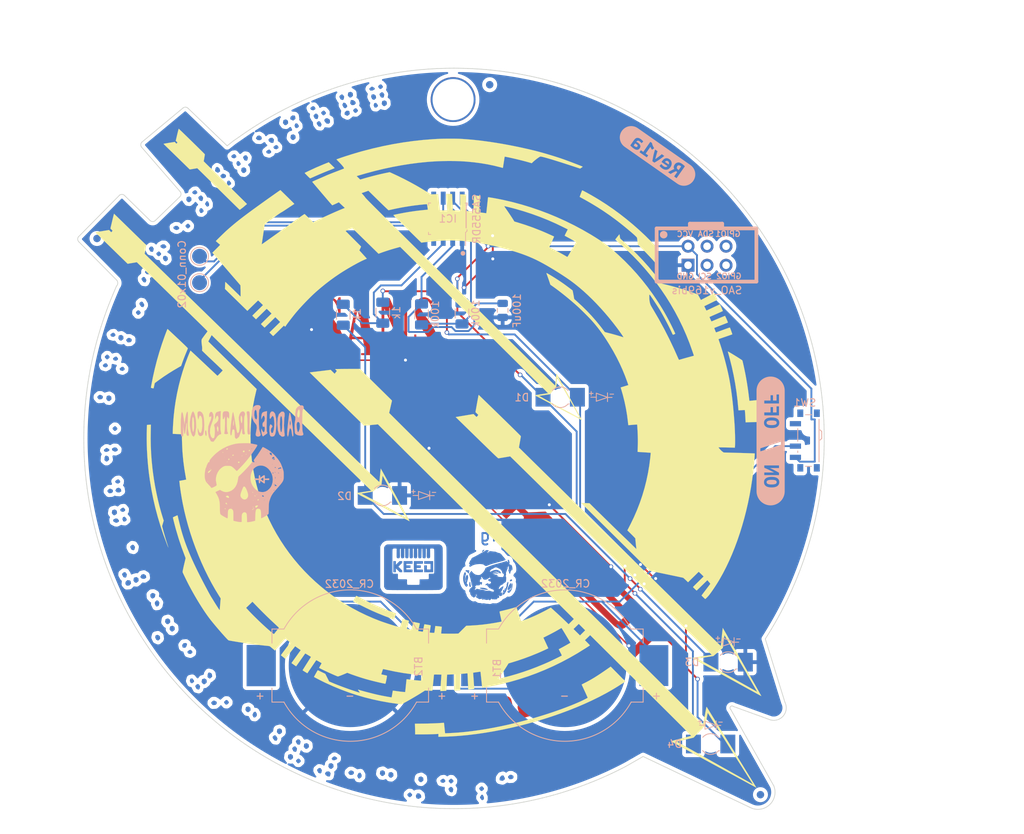
<source format=kicad_pcb>
(kicad_pcb (version 20211014) (generator pcbnew)
  (title_block (title "SANS Hackfest") (date "2022-10-01") (rev "Rev0") (company "BadgePirates"))
  (layers (0 "F.Cu" signal) (31 "B.Cu" signal) (34 "B.Paste" user) (35 "F.Paste" user) (36 "B.SilkS" user "B.Silkscreen") (37 "F.SilkS" user "F.Silkscreen") (38 "B.Mask" user) (39 "F.Mask" user) (44 "Edge.Cuts" user))
  (net 0 "")
  (net 1 "Net-(BT1-Pad1)")
  (net 2 "GND")
  (net 3 "Net-(C1-Pad2)")
  (net 4 "Net-(D1-Pad1)")
  (net 5 "Net-(IC1-Pad3)")
  (net 6 "Net-(D2-Pad2)")
  (net 7 "RESET")
  (net 8 "CONT")
  (net 9 "Net-(IC1-Pad7)")
  (net 10 "+3.3V")
  (net 16 "Net-(BT1-Pad2)")
  (footprint "LOGO" (layer "F.Cu") (at 144.072126 97.184331)
    (fp_text reference "G***" hide)
    (fp_text value "LOGO" hide)
  )
  (footprint "BadgePirates:LED_Osram_Lx_P47F_D2mm_ReverseMount_Proper_Mask Only" (layer "F.Cu") (at 178.86 138.5158)
    (fp_text reference "D4")
    (fp_text value "LED")
  )
  (footprint "LOGO" (layer "F.Cu") (at 144.072126 97.184331)
    (fp_text reference "G***" hide)
    (fp_text value "LOGO" hide)
  )
  (footprint "BadgePiratesLogos:NG_B.Cu" (layer "F.Cu") (at 139.020876 114.656971)
    (fp_text reference "G***" hide)
    (fp_text value "NG_BSilk_B.Cu" hide)
  )
  (footprint "LOGO" (layer "F.Cu") (at 172.769543 41.8592)
    (fp_text reference "G***" hide)
    (fp_text value "LOGO" hide)
  )
  (footprint "LOGO" (layer "F.Cu") (at 175.106343 40.4622)
    (fp_text reference "G***" hide)
    (fp_text value "LOGO" hide)
  )
  (footprint "BadgePirates:LED_Osram_Lx_P47F_D2mm_ReverseMount_Proper_Mask Only" (layer "F.Cu") (at 181.2 127.5747)
    (fp_text reference "D3")
    (fp_text value "LED")
  )
  (footprint "LOGO" (layer "F.Cu") (at 171.702743 41.0464)
    (fp_text reference "G***" hide)
    (fp_text value "LOGO" hide)
  )
  (footprint "BadgePiratesLogos:BadgePiratesURL_B.SLK" (layer "F.Cu") (at 116.24 96.36)
    (fp_text reference "G***" hide)
    (fp_text value "LOGO" hide)
  )
  (footprint "BadgePirates:Hole_5.5mm" (layer "F.Cu") (at 144.43 52.36)
    (fp_text reference "REF**" hide)
    (fp_text value "5.5mm")
  )
  (footprint "BadgePirates:LED_Osram_Lx_P47F_D2mm_ReverseMount_Proper_Mask Only" (layer "F.Cu") (at 134.9756 105.283)
    (fp_text reference "D2")
    (fp_text value "LED")
  )
  (footprint "LOGO" (layer "F.Cu") (at 172.540943 41.8592)
    (fp_text reference "G***" hide)
    (fp_text value "LOGO" hide)
  )
  (footprint "BadgePiratesLogos:BPSkull_Distressed_B.SILK" (layer "F.Cu") (at 116.53 103.57)
    (fp_text reference "G***" hide)
    (fp_text value "BP Logo" hide)
  )
  (footprint "LOGO" (layer "F.Cu") (at 144.072126 97.184331)
    (fp_text reference "G***" hide)
    (fp_text value "LOGO" hide)
  )
  (footprint "BadgePirates:Badgelife-SAOv169-SAO_Side_B.SLK" (layer "F.Cu") (at 177.9925 73.3153)
    (fp_text reference "X1" hide)
    (fp_text value "SAO_v169bis")
  )
  (footprint "BadgePirates:LED_Osram_Lx_P47F_D2mm_ReverseMount_Proper_Mask Only" (layer "F.Cu") (at 158.75 92.1512)
    (fp_text reference "D1")
    (fp_text value "LED")
  )
  (footprint "BadgePiratesLogos:FG_B.Cu" (layer "F.Cu") (at 149.11862 115.716868)
    (fp_text reference "G***" hide)
    (fp_text value "fg")
  )
  (footprint "BadgePirates:BatteryHolder_MPD_BC2003_1x2032_Fixed" (layer "B.Cu") (at 130.68 128.03 180)
    (fp_text reference "BT2")
    (fp_text value "Battery_Cell")
  )
  (footprint "Fiducial:Fiducial_1mm_Mask2mm" (layer "B.Cu") (at 149.32 50.37 180)
    (fp_text reference "REF**" hide)
    (fp_text value "Fiducial_1mm_Mask2mm")
  )
  (footprint "BadgePirates:TestPoint_Pad_D2.0mm x2" (layer "B.Cu") (at 110.53 76.84 90)
    (fp_text reference "J1" hide)
    (fp_text value "Conn_01x02")
  )
  (footprint "kibuzzard-634AC743" (layer "B.Cu") (at 186.88 98 90)
    (fp_text reference "kibuzzard-634AC743" hide)
    (fp_text value "G***" hide)
  )
  (footprint "BadgePirates:SW_SPDT_PCM12" (layer "B.Cu") (at 191.6252 97.9424 -90)
    (fp_text reference "SW1")
    (fp_text value "SW_SPDT")
  )
  (footprint "BadgePirates:C_0805_2012Metric" (layer "B.Cu") (at 151.0538 80.5434 90)
    (fp_text reference "C1" hide)
    (fp_text value "100uF")
  )
  (footprint "BadgePirates:SOIC-8-1EP_W3.9mm" (layer "B.Cu") (at 143.7386 68.2919 180)
    (fp_text reference "IC1")
    (fp_text value "SA555DR")
  )
  (footprint "BadgePirates:BatteryHolder_MPD_BC2003_1x2032_Fixed" (layer "B.Cu") (at 159.37 128.03 180)
    (fp_text reference "BT1")
    (fp_text value "Battery_Cell")
  )
  (footprint "BadgePirates:R_1206_3216Metric" (layer "B.Cu") (at 140.208 81.0768 -90)
    (fp_text reference "R2" hide)
    (fp_text value "100k")
  )
  (footprint "Fiducial:Fiducial_1mm_Mask2mm" (layer "B.Cu") (at 96.82 70.93 180)
    (fp_text reference "REF**" hide)
    (fp_text value "Fiducial_1mm_Mask2mm")
  )
  (footprint "BadgePirates:R_1206_3216Metric" (layer "B.Cu") (at 145.6182 80.9528 -90)
    (fp_text reference "R1" hide)
    (fp_text value "100k")
  )
  (footprint "Fiducial:Fiducial_1mm_Mask2mm" (layer "B.Cu") (at 185.52 145.29 180)
    (fp_text reference "REF**" hide)
    (fp_text value "Fiducial_1mm_Mask2mm")
  )
  (footprint "BadgePirates:R_1206_3216Metric" (layer "B.Cu") (at 135.0264 80.8512 -90)
    (fp_text reference "R3" hide)
    (fp_text value "1k")
  )
  (footprint "hackfestFootprints:Code2" (layer "B.Cu") (at 111.92 97.68 -170)
    (fp_text reference "G***" hide)
    (fp_text value "LOGO" hide)
  )
  (footprint "BadgePirates:R_1206_3216Metric" (layer "B.Cu") (at 129.7432 81.1276 -90)
    (fp_text reference "R4" hide)
    (fp_text value "1k")
  )
  (footprint "kibuzzard-634AC14A" (layer "B.Cu") (at 171.76 59.89 145)
    (fp_text reference "kibuzzard-634AC14A" hide)
    (fp_text value "G***" hide)
  )
  (gr_line (start 146.17 66.34) (end 146.17 69.5) (layer "B.SilkS") (width 0.15))
  (gr_line (start 119.652831 54.879622) (end 119.164701 55.167462) (layer "Edge.Cuts") (width 0.1))
  (gr_line (start 95.235524 101.947191) (end 95.292081 102.554674) (layer "Edge.Cuts") (width 0.1))
  (gr_line (start 100.325439 119.898619) (end 100.600103 120.436516) (layer "Edge.Cuts") (width 0.1))
  (gr_line (start 122.138032 53.526888) (end 121.635325 53.785862) (layer "Edge.Cuts") (width 0.1))
  (gr_line (start 186.167383 124.462146) (end 186.44493 124.026378) (layer "Edge.Cuts") (width 0.1))
  (gr_line (start 120.638111 54.321193) (end 120.144003 54.59755) (layer "Edge.Cuts") (width 0.1))
  (gr_line (start 156.027675 49.510987) (end 155.43792 49.37415) (layer "Edge.Cuts") (width 0.1))
  (gr_line (start 190.730381 79.840488) (end 190.509719 79.278513) (layer "Edge.Cuts") (width 0.1))
  (gr_line (start 132.709711 49.599188) (end 132.16123 49.737681) (layer "Edge.Cuts") (width 0.1))
  (gr_line (start 130.733011 145.19487) (end 131.314829 145.35997) (layer "Edge.Cuts") (width 0.1))
  (gr_line (start 115.100548 137.449203) (end 115.591296 137.807713) (layer "Edge.Cuts") (width 0.1))
  (gr_line (start 95.084108 99.504561) (end 95.110686 100.116806) (layer "Edge.Cuts") (width 0.1))
  (gr_line (start 116.584806 138.505947) (end 117.087434 138.845672) (layer "Edge.Cuts") (width 0.1))
  (gr_line (start 128.429816 144.463827) (end 129.002109 144.656973) (layer "Edge.Cuts") (width 0.1))
  (gr_line (start 133.260043 49.466931) (end 132.709711 49.599188) (layer "Edge.Cuts") (width 0.1))
  (gr_line (start 185.733467 70.199639) (end 185.393742 69.697011) (layer "Edge.Cuts") (width 0.1))
  (gr_line (start 182.450256 65.821531) (end 182.05444 65.356235) (layer "Edge.Cuts") (width 0.1))
  (gr_line (start 123.663089 52.785077) (end 123.152179 53.026482) (layer "Edge.Cuts") (width 0.1))
  (gr_line (start 178.672011 61.802092) (end 178.224866 61.381934) (layer "Edge.Cuts") (width 0.1))
  (gr_line (start 127.310895 51.26137) (end 126.782522 51.461104) (layer "Edge.Cuts") (width 0.1))
  (gr_line (start 111.78318 134.764744) (end 112.24403 135.166645) (layer "Edge.Cuts") (width 0.1))
  (gr_line (start 134.365471 49.221197) (end 133.811963 49.340926) (layer "Edge.Cuts") (width 0.1))
  (gr_line (start 115.837464 57.340984) (end 115.04 57.89) (layer "Edge.Cuts") (width 0.1))
  (gr_line (start 96.728222 84.882646) (end 96.537984 85.616864) (layer "Edge.Cuts") (width 0.1))
  (gr_line (start 159.52361 50.481035) (end 158.946555 50.301754) (layer "Edge.Cuts") (width 0.1))
  (gr_line (start 194.034758 96.433281) (end 194.015708 95.819978) (layer "Edge.Cuts") (width 0.1))
  (gr_line (start 158.946555 50.301754) (end 158.367118 50.129484) (layer "Edge.Cuts") (width 0.1))
  (gr_line (start 124.176644 52.549572) (end 123.663089 52.785077) (layer "Edge.Cuts") (width 0.1))
  (gr_line (start 156.38592 145.726153) (end 156.887305 145.599947) (layer "Edge.Cuts") (width 0.1))
  (gr_line (start 95.634473 90.077733) (end 95.523848 90.829149) (layer "Edge.Cuts") (width 0.1))
  (gr_line (start 187.760437 121.809702) (end 188.00941 121.358852) (layer "Edge.Cuts") (width 0.1))
  (gr_line (start 98.942332 78.422323) (end 98.652111 79.12532) (layer "Edge.Cuts") (width 0.1))
  (gr_line (start 152.460302 48.797991) (end 151.859699 48.704551) (layer "Edge.Cuts") (width 0.1))
  (gr_line (start 171.50631 56.145493) (end 170.995929 55.818653) (layer "Edge.Cuts") (width 0.1))
  (gr_line (start 159.370946 144.891129) (end 159.862806 144.733966) (layer "Edge.Cuts") (width 0.1))
  (gr_line (start 95.196715 93.852539) (end 95.143939 94.612421) (layer "Edge.Cuts") (width 0.1))
  (gr_line (start 109.116051 132.226599) (end 109.548221 132.663955) (layer "Edge.Cuts") (width 0.1))
  (gr_line (start 136.040811 146.425446) (end 136.639827 146.526252) (layer "Edge.Cuts") (width 0.1))
  (gr_line (start 138.846978 48.491681) (end 138.282093 48.560485) (layer "Edge.Cuts") (width 0.1))
  (gr_line (start 121.775818 141.612152) (end 122.31398 141.886789) (layer "Edge.Cuts") (width 0.1))
  (gr_line (start 119.65672 140.447457) (end 120.181388 140.748553) (layer "Edge.Cuts") (width 0.1))
  (gr_line (start 191.32781 113.851045) (end 191.493174 113.365535) (layer "Edge.Cuts") (width 0.1))
  (gr_line (start 107.855577 130.885428) (end 108.269729 131.337071) (layer "Edge.Cuts") (width 0.1))
  (gr_line (start 131.069296 50.033281) (end 130.526372 50.190364) (layer "Edge.Cuts") (width 0.1))
  (gr_line (start 174.968643 58.611274) (end 174.486308 58.24017) (layer "Edge.Cuts") (width 0.1))
  (gr_line (start 95.05366 98.277425) (end 95.06509 98.891522) (layer "Edge.Cuts") (width 0.1))
  (gr_line (start 134.84807 146.202138) (end 135.443647 146.317496) (layer "Edge.Cuts") (width 0.1))
  (gr_line (start 96.537984 85.616864) (end 96.35902 86.354257) (layer "Edge.Cuts") (width 0.1))
  (gr_line (start 179.55175 62.660426) (end 179.114394 62.228256) (layer "Edge.Cuts") (width 0.1))
  (gr_line (start 172.012722 56.478761) (end 171.50631 56.145493) (layer "Edge.Cuts") (width 0.1))
  (gr_line (start 122.855052 142.154811) (end 123.399564 142.415955) (layer "Edge.Cuts") (width 0.1))
  (gr_line (start 191.653247 112.877909) (end 191.808557 112.388959) (layer "Edge.Cuts") (width 0.1))
  (gr_line (start 95.261128 93.094509) (end 95.196715 93.852539) (layer "Edge.Cuts") (width 0.1))
  (gr_line (start 173.999475 57.875283) (end 173.508938 57.516668) (layer "Edge.Cuts") (width 0.1))
  (gr_line (start 189.181248 119.070209) (end 189.400852 118.605866) (layer "Edge.Cuts") (width 0.1))
  (gr_line (start 95.523848 90.829149) (end 95.424727 91.582417) (layer "Edge.Cuts") (width 0.1))
  (gr_line (start 193.507444 90.352635) (end 193.414047 89.752032) (layer "Edge.Cuts") (width 0.1))
  (gr_line (start 194.015708 95.819978) (end 193.988986 95.207733) (layer "Edge.Cuts") (width 0.1))
  (gr_line (start 96.261945 108.550125) (end 96.398782 109.13988) (layer "Edge.Cuts") (width 0.1))
  (gr_line (start 95.073424 96.135361) (end 95.05575 96.898418) (layer "Edge.Cuts") (width 0.1))
  (gr_line (start 161.328331 144.231788) (end 161.813311 144.054253) (layer "Edge.Cuts") (width 0.1))
  (gr_line (start 104.404463 126.621143) (end 104.763078 127.11168) (layer "Edge.Cuts") (width 0.1))
  (gr_line (start 117.719126 56.065112) (end 117.243697 56.375653) (layer "Edge.Cuts") (width 0.1))
  (gr_line (start 193.079614 107.415857) (end 193.178303 106.911033) (layer "Edge.Cuts") (width 0.1))
  (gr_line (start 144.550064 48.162047) (end 143.976184 48.165384) (layer "Edge.Cuts") (width 0.1))
  (gr_line (start 104.763078 127.11168) (end 105.127965 127.598513) (layer "Edge.Cuts") (width 0.1))
  (gr_line (start 157.387102 145.468449) (end 157.885312 145.331924) (layer "Edge.Cuts") (width 0.1))
  (gr_line (start 179.114394 62.228256) (end 178.672011 61.802092) (layer "Edge.Cuts") (width 0.1))
  (gr_line (start 99.052292 117.161507) (end 99.293486 117.71475) (layer "Edge.Cuts") (width 0.1))
  (gr_line (start 99.47 76.52) (end 94.416077 71.395892) (layer "Edge.Cuts") (width 0.1))
  (gr_line (start 129.9853 50.353612) (end 129.446079 50.522972) (layer "Edge.Cuts") (width 0.1))
  (gr_line (start 126.782522 51.461104) (end 126.256531 51.666843) (layer "Edge.Cuts") (width 0.1))
  (gr_arc (start 108.32 53.48) (mid 108.684107 53.373923) (end 109.02 53.55) (layer "Edge.Cuts") (width 0.1))
  (gr_line (start 136.639827 146.526252) (end 137.24043 146.619649) (layer "Edge.Cuts") (width 0.1))
  (gr_arc (start 188.79 132.925) (mid 188.502701 134.840022) (end 186.6 135.2) (layer "Edge.Cuts") (width 0.1))
  (gr_line (start 97.36883 112.635815) (end 97.555097 113.210489) (layer "Edge.Cuts") (width 0.1))
  (gr_line (start 155.883213 145.847332) (end 156.38592 145.726153) (layer "Edge.Cuts") (width 0.1))
  (gr_line (start 175.447009 58.988649) (end 174.968643 58.611274) (layer "Edge.Cuts") (width 0.1))
  (gr_line (start 118.197783 55.760207) (end 117.719126 56.065112) (layer "Edge.Cuts") (width 0.1))
  (gr_line (start 192.86636 108.421537) (end 192.975633 107.919359) (layer "Edge.Cuts") (width 0.1))
  (gr_line (start 187.248469 122.703992) (end 187.506967 122.257905) (layer "Edge.Cuts") (width 0.1))
  (gr_line (start 193.876273 101.805375) (end 193.916754 101.289967) (layer "Edge.Cuts") (width 0.1))
  (gr_line (start 180.830479 63.987389) (end 180.410321 63.540323) (layer "Edge.Cuts") (width 0.1))
  (gr_line (start 98.155541 114.919696) (end 98.369483 115.484051) (layer "Edge.Cuts") (width 0.1))
  (gr_line (start 189.825772 117.67083) (end 190.030824 117.200137) (layer "Edge.Cuts") (width 0.1))
  (gr_line (start 126.256531 51.666843) (end 125.732922 51.878589) (layer "Edge.Cuts") (width 0.1))
  (gr_line (start 154.846047 49.24448) (end 154.252059 49.122002) (layer "Edge.Cuts") (width 0.1))
  (gr_line (start 145.59649 147.150932) (end 146.118777 147.137174) (layer "Edge.Cuts") (width 0.1))
  (gr_line (start 151.859699 48.704551) (end 151.257773 48.618432) (layer "Edge.Cuts") (width 0.1))
  (gr_line (start 192.103567 111.406033) (end 192.243531 110.912322) (layer "Edge.Cuts") (width 0.1))
  (gr_line (start 95.049842 97.662269) (end 95.05366 98.277425) (layer "Edge.Cuts") (width 0.1))
  (gr_arc (start 181.55 133.9) (mid 181.515432 133.516628) (end 181.9 133.5) (layer "Edge.Cuts") (width 0.1))
  (gr_line (start 97.017279 111.479323) (end 97.189549 112.05876) (layer "Edge.Cuts") (width 0.1))
  (gr_line (start 153.656747 49.006744) (end 153.059318 48.898734) (layer "Edge.Cuts") (width 0.1))
  (gr_line (start 194.025233 99.220663) (end 194.038992 98.701816) (layer "Edge.Cuts") (width 0.1))
  (gr_line (start 125.050827 143.159698) (end 125.607245 143.394118) (layer "Edge.Cuts") (width 0.1))
  (gr_line (start 160.841498 144.404296) (end 161.328331 144.231788) (layer "Edge.Cuts") (width 0.1))
  (gr_line (start 193.593169 104.370507) (end 193.660373 103.859333) (layer "Edge.Cuts") (width 0.1))
  (gr_line (start 95.786529 106.171523) (end 95.894539 106.768952) (layer "Edge.Cuts") (width 0.1))
  (gr_line (start 117.593872 139.178782) (end 118.104094 139.505806) (layer "Edge.Cuts") (width 0.1))
  (gr_line (start 123.152179 53.026482) (end 122.64365 53.273762) (layer "Edge.Cuts") (width 0.1))
  (gr_line (start 188.726959 119.992546) (end 188.956352 119.532436) (layer "Edge.Cuts") (width 0.1))
  (gr_line (start 98.104609 80.54322) (end 97.847408 81.257859) (layer "Edge.Cuts") (width 0.1))
  (gr_line (start 191.151333 80.972109) (end 190.944429 80.405108) (layer "Edge.Cuts") (width 0.1))
  (gr_line (start 192.243531 110.912322) (end 192.378469 110.417022) (layer "Edge.Cuts") (width 0.1))
  (gr_line (start 102.706448 124.108134) (end 103.033288 124.618515) (layer "Edge.Cuts") (width 0.1))
  (gr_line (start 95.292081 102.554674) (end 95.356068 103.161098) (layer "Edge.Cuts") (width 0.1))
  (gr_line (start 100.057417 119.357282) (end 100.325439 119.898619) (layer "Edge.Cuts") (width 0.1))
  (gr_line (start 100.600103 120.436516) (end 100.881355 120.971503) (layer "Edge.Cuts") (width 0.1))
  (gr_line (start 141.484341 147.067059) (end 142.095528 147.101191) (layer "Edge.Cuts") (width 0.1))
  (gr_line (start 185.047932 69.198272) (end 184.695508 68.703501) (layer "Edge.Cuts") (width 0.1))
  (gr_line (start 190.030824 117.200137) (end 190.231113 116.727327) (layer "Edge.Cuts") (width 0.1))
  (gr_line (start 157.785564 49.964225) (end 157.20163 49.806055) (layer "Edge.Cuts") (width 0.1))
  (gr_line (start 97.601266 81.976202) (end 97.366264 82.697984) (layer "Edge.Cuts") (width 0.1))
  (gr_line (start 158.877234 145.043264) (end 159.370946 144.891129) (layer "Edge.Cuts") (width 0.1))
  (gr_line (start 174.486308 58.24017) (end 173.999475 57.875283) (layer "Edge.Cuts") (width 0.1))
  (gr_line (start 103.706175 125.627634) (end 104.052144 126.126373) (layer "Edge.Cuts") (width 0.1))
  (gr_line (start 161.813311 144.054253) (end 162.296175 143.871426) (layer "Edge.Cuts") (width 0.1))
  (gr_line (start 98.590278 116.046025) (end 98.817872 116.605089) (layer "Edge.Cuts") (width 0.1))
  (gr_line (start 167.324311 53.712308) (end 166.786414 53.437644) (layer "Edge.Cuts") (width 0.1))
  (gr_line (start 95.894539 106.768952) (end 96.009797 107.364264) (layer "Edge.Cuts") (width 0.1))
  (gr_line (start 125.211693 52.096314) (end 124.692846 52.319966) (layer "Edge.Cuts") (width 0.1))
  (gr_line (start 162.371846 51.481688) (end 161.807491 51.267746) (layer "Edge.Cuts") (width 0.1))
  (gr_line (start 121.635325 53.785862) (end 121.135263 54.05063) (layer "Edge.Cuts") (width 0.1))
  (gr_line (start 149.239004 146.93953) (end 149.756264 146.887672) (layer "Edge.Cuts") (width 0.1))
  (gr_line (start 191.493174 113.365535) (end 191.653247 112.877909) (layer "Edge.Cuts") (width 0.1))
  (gr_line (start 192.557062 85.596756) (end 192.405985 85.010704) (layer "Edge.Cuts") (width 0.1))
  (gr_line (start 139.051236 146.855922) (end 139.65766 146.919951) (layer "Edge.Cuts") (width 0.1))
  (gr_line (start 192.752325 108.922393) (end 192.86636 108.421537) (layer "Edge.Cuts") (width 0.1))
  (gr_line (start 135.443647 146.317496) (end 136.040811 146.425446) (layer "Edge.Cuts") (width 0.1))
  (gr_line (start 96.191364 87.094031) (end 96.035049 87.836451) (layer "Edge.Cuts") (width 0.1))
  (gr_line (start 137.24043 146.619649) (end 137.842621 146.705639) (layer "Edge.Cuts") (width 0.1))
  (gr_line (start 108.269729 131.337071) (end 108.689887 131.784216) (layer "Edge.Cuts") (width 0.1))
  (gr_line (start 190.231113 116.727327) (end 190.426375 116.252665) (layer "Edge.Cuts") (width 0.1))
  (gr_line (start 188.218695 74.353301) (end 187.930829 73.821754) (layer "Edge.Cuts") (width 0.1))
  (gr_line (start 192.378469 110.417022) (end 192.508114 109.920135) (layer "Edge.Cuts") (width 0.1))
  (gr_line (start 193.743717 92.163441) (end 193.67228 91.55834) (layer "Edge.Cuts") (width 0.1))
  (gr_line (start 176.390776 59.761892) (end 175.921142 59.372188) (layer "Edge.Cuts") (width 0.1))
  (gr_line (start 120.181388 140.748553) (end 120.709549 141.043034) (layer "Edge.Cuts") (width 0.1))
  (gr_line (start 151.257773 48.618432) (end 150.653994 48.539665) (layer "Edge.Cuts") (width 0.1))
  (gr_line (start 119.164701 55.167462) (end 118.679668 55.46099) (layer "Edge.Cuts") (width 0.1))
  (gr_line (start 133.811963 49.340926) (end 133.260043 49.466931) (layer "Edge.Cuts") (width 0.1))
  (gr_line (start 192.632733 109.421926) (end 192.752325 108.922393) (layer "Edge.Cuts") (width 0.1))
  (gr_line (start 131.614337 49.88239) (end 131.069296 50.033281) (layer "Edge.Cuts") (width 0.1))
  (gr_line (start 165.153672 142.670219) (end 165.622513 142.452732) (layer "Edge.Cuts") (width 0.1))
  (gr_line (start 162.777452 143.683837) (end 163.256612 143.49122) (layer "Edge.Cuts") (width 0.1))
  (gr_line (start 162.93382 51.702483) (end 162.371846 51.481688) (layer "Edge.Cuts") (width 0.1))
  (gr_line (start 132.484551 145.669267) (end 133.072454 145.8132) (layer "Edge.Cuts") (width 0.1))
  (gr_line (start 188.253355 120.905886) (end 188.492538 120.450274) (layer "Edge.Cuts") (width 0.1))
  (gr_line (start 147.161763 147.093253) (end 147.682198 147.062826) (layer "Edge.Cuts") (width 0.1))
  (gr_line (start 184.695508 68.703501) (end 184.336998 68.212753) (layer "Edge.Cuts") (width 0.1))
  (gr_line (start 116.086067 138.160137) (end 116.584806 138.505947) (layer "Edge.Cuts") (width 0.1))
  (gr_line (start 190.801819 115.29752) (end 190.982264 114.817302) (layer "Edge.Cuts") (width 0.1))
  (gr_line (start 189.806457 77.609789) (end 189.558543 77.059191) (layer "Edge.Cuts") (width 0.1))
  (gr_arc (start 187.3 144.1) (mid 186.739796 146.638875) (end 184.1671 147.0143) (layer "Edge.Cuts") (width 0.1))
  (gr_line (start 181.55 133.9) (end 187.3 144.1) (layer "Edge.Cuts") (width 0.1))
  (gr_line (start 124.497584 142.918662) (end 125.050827 143.159698) (layer "Edge.Cuts") (width 0.1))
  (gr_line (start 107.045557 129.968383) (end 107.447537 130.429022) (layer "Edge.Cuts") (width 0.1))
  (gr_line (start 142.095528 147.101191) (end 142.707773 147.127913) (layer "Edge.Cuts") (width 0.1))
  (gr_line (start 193.830236 102.320253) (end 193.876273 101.805375) (layer "Edge.Cuts") (width 0.1))
  (gr_line (start 95.506227 104.369978) (end 95.592346 104.971904) (layer "Edge.Cuts") (width 0.1))
  (gr_line (start 96.35902 86.354257) (end 96.191364 87.094031) (layer "Edge.Cuts") (width 0.1))
  (gr_line (start 189.042606 75.967257) (end 188.774584 75.426185) (layer "Edge.Cuts") (width 0.1))
  (gr_line (start 95.890108 88.581252) (end 95.75657 89.328434) (layer "Edge.Cuts") (width 0.1))
  (gr_line (start 95.05575 96.898418) (end 95.049842 97.662269) (layer "Edge.Cuts") (width 0.1))
  (gr_line (start 192.082665 83.845216) (end 191.910421 83.266044) (layer "Edge.Cuts") (width 0.1))
  (gr_line (start 191.351622 81.542021) (end 191.151333 80.972109) (layer "Edge.Cuts") (width 0.1))
  (gr_line (start 122.64365 53.273762) (end 122.138032 53.526888) (layer "Edge.Cuts") (width 0.1))
  (gr_line (start 128.374254 50.880026) (end 127.841383 51.067669) (layer "Edge.Cuts") (width 0.1))
  (gr_line (start 193.778907 102.834073) (end 193.830236 102.320253) (layer "Edge.Cuts") (width 0.1))
  (gr_line (start 129.446079 50.522972) (end 128.90924 50.698443) (layer "Edge.Cuts") (width 0.1))
  (gr_line (start 101.463649 122.030893) (end 101.764612 122.555561) (layer "Edge.Cuts") (width 0.1))
  (gr_line (start 190.616611 115.776151) (end 190.801819 115.29752) (layer "Edge.Cuts") (width 0.1))
  (gr_line (start 182.839987 66.291219) (end 182.450256 65.821531) (layer "Edge.Cuts") (width 0.1))
  (gr_line (start 193.981842 100.256506) (end 194.006448 99.738981) (layer "Edge.Cuts") (width 0.1))
  (gr_line (start 96.035049 87.836451) (end 95.890108 88.581252) (layer "Edge.Cuts") (width 0.1))
  (gr_line (start 102.386038 123.594314) (end 102.706448 124.108134) (layer "Edge.Cuts") (width 0.1))
  (gr_line (start 164.209111 143.090641) (end 164.68245 142.882944) (layer "Edge.Cuts") (width 0.1))
  (gr_line (start 152.839979 146.463016) (end 153.35036 146.373587) (layer "Edge.Cuts") (width 0.1))
  (gr_line (start 147.682198 147.062826) (end 148.201839 147.027107) (layer "Edge.Cuts") (width 0.1))
  (gr_line (start 131.898499 145.51819) (end 132.484551 145.669267) (layer "Edge.Cuts") (width 0.1))
  (gr_line (start 111.32688 134.356757) (end 111.78318 134.764744) (layer "Edge.Cuts") (width 0.1))
  (gr_line (start 96.132275 107.958252) (end 96.261945 108.550125) (layer "Edge.Cuts") (width 0.1))
  (gr_line (start 166.553845 142.002676) (end 167.016072 141.770108) (layer "Edge.Cuts") (width 0.1))
  (gr_line (start 106.259983 129.033347) (end 106.649687 129.502981) (layer "Edge.Cuts") (width 0.1))
  (gr_line (start 166.089237 142.229953) (end 166.553845 142.002676) (layer "Edge.Cuts") (width 0.1))
  (gr_line (start 191.544768 82.114314) (end 191.351622 81.542021) (layer "Edge.Cuts") (width 0.1))
  (gr_arc (start 99.83 65.14) (mid 100.194108 65.033923) (end 100.53 65.21) (layer "Edge.Cuts") (width 0.1))
  (gr_line (start 192.967431 87.366551) (end 192.837785 86.774679) (layer "Edge.Cuts") (width 0.1))
  (gr_line (start 132.16123 49.737681) (end 131.614337 49.88239) (layer "Edge.Cuts") (width 0.1))
  (gr_line (start 120.709549 141.043034) (end 121.241096 141.3309) (layer "Edge.Cuts") (width 0.1))
  (gr_line (start 194.046135 97.047379) (end 194.034758 96.433281) (layer "Edge.Cuts") (width 0.1))
  (gr_line (start 96.398782 109.13988) (end 96.542757 109.728048) (layer "Edge.Cuts") (width 0.1))
  (gr_line (start 95.10283 95.373362) (end 95.073424 96.135361) (layer "Edge.Cuts") (width 0.1))
  (gr_line (start 102.072084 123.07679) (end 102.386038 123.594314) (layer "Edge.Cuts") (width 0.1))
  (gr_line (start 141.687276 48.244904) (end 141.1171 48.281226) (layer "Edge.Cuts") (width 0.1))
  (gr_line (start 129.002109 144.656973) (end 129.576783 144.843239) (layer "Edge.Cuts") (width 0.1))
  (gr_line (start 190.281913 78.71945) (end 190.047493 78.163032) (layer "Edge.Cuts") (width 0.1))
  (gr_line (start 140.874213 147.02552) (end 141.484341 147.067059) (layer "Edge.Cuts") (width 0.1))
  (gr_line (start 157.20163 49.806055) (end 156.615843 49.654962) (layer "Edge.Cuts") (width 0.1))
  (gr_line (start 137.156293 48.717383) (end 136.595377 48.805434) (layer "Edge.Cuts") (width 0.1))
  (gr_line (start 95.75657 89.328434) (end 95.634473 90.077733) (layer "Edge.Cuts") (width 0.1))
  (gr_line (start 149.756264 146.887672) (end 150.27273 146.830258) (layer "Edge.Cuts") (width 0.1))
  (gr_line (start 186.393601 71.216299) (end 186.066577 70.706077) (layer "Edge.Cuts") (width 0.1))
  (gr_line (start 167.476181 141.532777) (end 169.8329 140.1857) (layer "Edge.Cuts") (width 0.1))
  (gr_line (start 193.520674 104.880887) (end 193.593169 104.370507) (layer "Edge.Cuts") (width 0.1))
  (gr_line (start 125.732922 51.878589) (end 125.211693 52.096314) (layer "Edge.Cuts") (width 0.1))
  (gr_line (start 118.104094 139.505806) (end 118.61802 139.826216) (layer "Edge.Cuts") (width 0.1))
  (gr_line (start 191.958576 111.898158) (end 192.103567 111.406033) (layer "Edge.Cuts") (width 0.1))
  (gr_arc (start 104.58 68.56) (mid 104.215892 68.666077) (end 103.88 68.49) (layer "Edge.Cuts") (width 0.1))
  (gr_line (start 96.69385 110.313835) (end 96.85202 110.897769) (layer "Edge.Cuts") (width 0.1))
  (gr_line (start 145.779317 48.177295) (end 145.16522 48.165865) (layer "Edge.Cuts") (width 0.1))
  (gr_line (start 153.859417 146.278867) (end 154.367417 146.178854) (layer "Edge.Cuts") (width 0.1))
  (gr_line (start 193.313241 89.153016) (end 193.205291 88.555852) (layer "Edge.Cuts") (width 0.1))
  (gr_line (start 97.847408 81.257859) (end 97.601266 81.976202) (layer "Edge.Cuts") (width 0.1))
  (gr_line (start 162.296175 143.871426) (end 162.777452 143.683837) (layer "Edge.Cuts") (width 0.1))
  (gr_line (start 183.223632 66.765246) (end 182.839987 66.291219) (layer "Edge.Cuts") (width 0.1))
  (gr_line (start 95.18642 101.338121) (end 95.235524 101.947191) (layer "Edge.Cuts") (width 0.1))
  (gr_line (start 127.859904 144.263538) (end 128.429816 144.463827) (layer "Edge.Cuts") (width 0.1))
  (gr_line (start 147.615788 48.257003) (end 147.004601 48.222891) (layer "Edge.Cuts") (width 0.1))
  (gr_line (start 163.492884 51.930077) (end 162.93382 51.702483) (layer "Edge.Cuts") (width 0.1))
  (gr_line (start 99.42 77.3) (end 98.942332 78.422323) (layer "Edge.Cuts") (width 0.1))
  (gr_line (start 163.256612 143.49122) (end 163.733919 143.293312) (layer "Edge.Cuts") (width 0.1))
  (gr_line (start 95.06509 98.891522) (end 95.084108 99.504561) (layer "Edge.Cuts") (width 0.1))
  (gr_line (start 112.24403 135.166645) (end 112.709326 135.562461) (layer "Edge.Cuts") (width 0.1))
  (gr_line (start 183.972138 67.726079) (end 183.600928 67.243559) (layer "Edge.Cuts") (width 0.1))
  (gr_line (start 166.786414 53.437644) (end 166.245077 53.169622) (layer "Edge.Cuts") (width 0.1))
  (gr_line (start 188.00941 121.358852) (end 188.253355 120.905886) (layer "Edge.Cuts") (width 0.1))
  (gr_line (start 97.1424 83.422942) (end 96.929702 84.151339) (layer "Edge.Cuts") (width 0.1))
  (gr_line (start 103.366556 125.124927) (end 103.706175 125.627634) (layer "Edge.Cuts") (width 0.1))
  (gr_line (start 107.447537 130.429022) (end 107.855577 130.885428) (layer "Edge.Cuts") (width 0.1))
  (gr_line (start 127.841383 51.067669) (end 127.310895 51.26137) (layer "Edge.Cuts") (width 0.1))
  (gr_line (start 154.367417 146.178854) (end 154.874093 146.07355) (layer "Edge.Cuts") (width 0.1))
  (gr_line (start 126.728283 143.842586) (end 127.292903 144.056634) (layer "Edge.Cuts") (width 0.1))
  (gr_line (start 193.864367 93.377612) (end 193.807746 92.769865) (layer "Edge.Cuts") (width 0.1))
  (gr_line (start 185.393742 69.697011) (end 185.047932 69.198272) (layer "Edge.Cuts") (width 0.1))
  (gr_line (start 194.038992 98.701816) (end 194.047194 98.182175) (layer "Edge.Cuts") (width 0.1))
  (gr_line (start 184.336998 68.212753) (end 183.972138 67.726079) (layer "Edge.Cuts") (width 0.1))
  (gr_line (start 143.976184 48.165384) (end 143.402833 48.175358) (layer "Edge.Cuts") (width 0.1))
  (gr_line (start 180.410321 63.540323) (end 179.984078 63.097993) (layer "Edge.Cuts") (width 0.1))
  (gr_line (start 192.975633 107.919359) (end 193.079614 107.415857) (layer "Edge.Cuts") (width 0.1))
  (gr_line (start 149.442469 48.404286) (end 148.834986 48.347729) (layer "Edge.Cuts") (width 0.1))
  (gr_arc (start 99.47 76.52) (mid 99.594169 76.919562) (end 99.42 77.3) (layer "Edge.Cuts") (width 0.1))
  (gr_line (start 114.613874 137.084343) (end 115.100548 137.449203) (layer "Edge.Cuts") (width 0.1))
  (gr_line (start 95.685786 105.572507) (end 95.786529 106.171523) (layer "Edge.Cuts") (width 0.1))
  (gr_line (start 105.127965 127.598513) (end 105.499069 128.080848) (layer "Edge.Cuts") (width 0.1))
  (gr_line (start 101.169221 121.502785) (end 101.463649 122.030893) (layer "Edge.Cuts") (width 0.1))
  (gr_line (start 189.558543 77.059191) (end 189.30375 76.511769) (layer "Edge.Cuts") (width 0.1))
  (gr_line (start 109.02 53.55) (end 114.22 58.54) (layer "Edge.Cuts") (width 0.1))
  (gr_line (start 156.615843 49.654962) (end 156.027675 49.510987) (layer "Edge.Cuts") (width 0.1))
  (gr_line (start 194.047194 98.182175) (end 194.04984 97.662269) (layer "Edge.Cuts") (width 0.1))
  (gr_line (start 107.94 64.67) (end 102.78 58.72) (layer "Edge.Cuts") (width 0.1))
  (gr_line (start 143.402833 48.175358) (end 142.83001 48.19195) (layer "Edge.Cuts") (width 0.1))
  (gr_line (start 95.144798 100.727993) (end 95.18642 101.338121) (layer "Edge.Cuts") (width 0.1))
  (gr_line (start 194.006448 99.738981) (end 194.025233 99.220663) (layer "Edge.Cuts") (width 0.1))
  (gr_line (start 128.90924 50.698443) (end 128.374254 50.880026) (layer "Edge.Cuts") (width 0.1))
  (gr_line (start 154.874093 146.07355) (end 155.379447 145.962954) (layer "Edge.Cuts") (width 0.1))
  (gr_line (start 159.862806 144.733966) (end 160.353078 144.571777) (layer "Edge.Cuts") (width 0.1))
  (gr_line (start 181.9 133.5) (end 186.6 135.2) (layer "Edge.Cuts") (width 0.1))
  (gr_line (start 105.876444 128.559214) (end 106.259983 129.033347) (layer "Edge.Cuts") (width 0.1))
  (gr_line (start 193.178303 106.911033) (end 193.271701 106.40515) (layer "Edge.Cuts") (width 0.1))
  (gr_line (start 191.731034 82.688988) (end 191.544768 82.114314) (layer "Edge.Cuts") (width 0.1))
  (gr_line (start 127.292903 144.056634) (end 127.859904 144.263538) (layer "Edge.Cuts") (width 0.1))
  (gr_arc (start 102.78 58.72) (mid 102.673923 58.355892) (end 102.85 58.02) (layer "Edge.Cuts") (width 0.1))
  (gr_line (start 167.016072 141.770108) (end 167.476181 141.532777) (layer "Edge.Cuts") (width 0.1))
  (gr_line (start 192.837785 86.774679) (end 192.700995 86.184659) (layer "Edge.Cuts") (width 0.1))
  (gr_line (start 146.392356 48.196313) (end 145.779317 48.177295) (layer "Edge.Cuts") (width 0.1))
  (gr_line (start 190.047493 78.163032) (end 189.806457 77.609789) (layer "Edge.Cuts") (width 0.1))
  (gr_line (start 114.22 58.54) (end 115.04 57.89) (layer "Edge.Cuts") (width 0.1))
  (gr_line (start 144.550064 48.162047) (end 144.550064 48.162047) (layer "Edge.Cuts") (width 0.1))
  (gr_line (start 191.910421 83.266044) (end 191.731034 82.688988) (layer "Edge.Cuts") (width 0.1))
  (gr_line (start 193.916754 101.289967) (end 193.951944 100.773501) (layer "Edge.Cuts") (width 0.1))
  (gr_line (start 193.360072 105.898209) (end 193.442886 105.389945) (layer "Edge.Cuts") (width 0.1))
  (gr_line (start 104.052144 126.126373) (end 104.404463 126.621143) (layer "Edge.Cuts") (width 0.1))
  (gr_line (start 167.859298 53.99356) (end 167.324311 53.712308) (layer "Edge.Cuts") (width 0.1))
  (gr_line (start 145.073674 147.159399) (end 145.59649 147.150932) (layer "Edge.Cuts") (width 0.1))
  (gr_line (start 120.144003 54.59755) (end 119.652831 54.879622) (layer "Edge.Cuts") (width 0.1))
  (gr_line (start 187.506967 122.257905) (end 187.760437 121.809702) (layer "Edge.Cuts") (width 0.1))
  (gr_line (start 192.405985 85.010704) (end 192.247765 84.427034) (layer "Edge.Cuts") (width 0.1))
  (gr_line (start 97.555097 113.210489) (end 97.748322 113.782783) (layer "Edge.Cuts") (width 0.1))
  (gr_line (start 142.258247 48.215138) (end 141.687276 48.244904) (layer "Edge.Cuts") (width 0.1))
  (gr_line (start 97.748322 113.782783) (end 97.948479 114.35243) (layer "Edge.Cuts") (width 0.1))
  (gr_line (start 151.302752 146.699289) (end 151.816307 146.625999) (layer "Edge.Cuts") (width 0.1))
  (gr_line (start 193.951944 100.773501) (end 193.981842 100.256506) (layer "Edge.Cuts") (width 0.1))
  (gr_line (start 146.118777 147.137174) (end 146.640535 147.117859) (layer "Edge.Cuts") (width 0.1))
  (gr_line (start 187.930829 73.821754) (end 187.636348 73.293593) (layer "Edge.Cuts") (width 0.1))
  (gr_line (start 169.443356 54.876817) (end 168.918688 54.575854) (layer "Edge.Cuts") (width 0.1))
  (gr_line (start 95.42746 103.766199) (end 95.506227 104.369978) (layer "Edge.Cuts") (width 0.1))
  (gr_line (start 114.131354 136.713133) (end 114.613874 137.084343) (layer "Edge.Cuts") (width 0.1))
  (gr_line (start 97.948479 114.35243) (end 98.155541 114.919696) (layer "Edge.Cuts") (width 0.1))
  (gr_line (start 192.508114 109.920135) (end 192.632733 109.421926) (layer "Edge.Cuts") (width 0.1))
  (gr_line (start 118.679668 55.46099) (end 118.197783 55.760207) (layer "Edge.Cuts") (width 0.1))
  (gr_line (start 99.293486 117.71475) (end 99.541427 118.265348) (layer "Edge.Cuts") (width 0.1))
  (gr_line (start 121.135263 54.05063) (end 120.638111 54.321193) (layer "Edge.Cuts") (width 0.1))
  (gr_line (start 151.816307 146.625999) (end 152.328805 146.547154) (layer "Edge.Cuts") (width 0.1))
  (gr_line (start 160.098284 50.667302) (end 159.52361 50.481035) (layer "Edge.Cuts") (width 0.1))
  (gr_line (start 172.515429 56.81838) (end 172.012722 56.478761) (layer "Edge.Cuts") (width 0.1))
  (gr_line (start 189.615958 118.139406) (end 189.825772 117.67083) (layer "Edge.Cuts") (width 0.1))
  (gr_line (start 95.110686 100.116806) (end 95.144798 100.727993) (layer "Edge.Cuts") (width 0.1))
  (gr_line (start 187.636348 73.293593) (end 187.335252 72.768925) (layer "Edge.Cuts") (width 0.1))
  (gr_line (start 194.04984 97.662269) (end 194.046135 97.047379) (layer "Edge.Cuts") (width 0.1))
  (gr_line (start 143.935174 147.15834) (end 144.550064 147.162045) (layer "Edge.Cuts") (width 0.1))
  (gr_line (start 153.35036 146.373587) (end 153.859417 146.278867) (layer "Edge.Cuts") (width 0.1))
  (gr_line (start 164.049302 52.164497) (end 163.492884 51.930077) (layer "Edge.Cuts") (width 0.1))
  (gr_line (start 155.379447 145.962954) (end 155.883213 145.847332) (layer "Edge.Cuts") (width 0.1))
  (gr_line (start 142.83001 48.19195) (end 142.258247 48.215138) (layer "Edge.Cuts") (width 0.1))
  (gr_line (start 143.321076 147.146963) (end 143.935174 147.15834) (layer "Edge.Cuts") (width 0.1))
  (gr_line (start 193.988986 95.207733) (end 193.954854 94.596546) (layer "Edge.Cuts") (width 0.1))
  (gr_line (start 190.944429 80.405108) (end 190.730381 79.840488) (layer "Edge.Cuts") (width 0.1))
  (gr_line (start 126.166308 143.621924) (end 126.728283 143.842586) (layer "Edge.Cuts") (width 0.1))
  (gr_line (start 95.143939 94.612421) (end 95.10283 95.373362) (layer "Edge.Cuts") (width 0.1))
  (gr_line (start 116.771575 56.69183) (end 116.302813 57.013616) (layer "Edge.Cuts") (width 0.1))
  (gr_line (start 124.692846 52.319966) (end 124.176644 52.549572) (layer "Edge.Cuts") (width 0.1))
  (gr_line (start 188.499947 74.888023) (end 188.218695 74.353301) (layer "Edge.Cuts") (width 0.1))
  (gr_line (start 193.660373 103.859333) (end 193.722286 103.347364) (layer "Edge.Cuts") (width 0.1))
  (gr_line (start 193.722286 103.347364) (end 193.778907 102.834073) (layer "Edge.Cuts") (width 0.1))
  (gr_line (start 190.426375 116.252665) (end 190.616611 115.776151) (layer "Edge.Cuts") (width 0.1))
  (gr_line (start 102.85 58.02) (end 108.32 53.48) (layer "Edge.Cuts") (width 0.1))
  (gr_line (start 161.807491 51.267746) (end 161.240225 51.060684) (layer "Edge.Cuts") (width 0.1))
  (gr_line (start 139.65766 146.919951) (end 140.265407 146.976572) (layer "Edge.Cuts") (width 0.1))
  (gr_line (start 139.412921 48.429334) (end 138.846978 48.491681) (layer "Edge.Cuts") (width 0.1))
  (gr_line (start 96.929702 84.151339) (end 96.728222 84.882646) (layer "Edge.Cuts") (width 0.1))
  (gr_line (start 164.602545 52.405691) (end 164.049302 52.164497) (layer "Edge.Cuts") (width 0.1))
  (gr_line (start 99.796062 118.81277) (end 100.057417 119.357282) (layer "Edge.Cuts") (width 0.1))
  (gr_line (start 193.442886 105.389945) (end 193.520674 104.880887) (layer "Edge.Cuts") (width 0.1))
  (gr_line (start 164.68245 142.882944) (end 165.153672 142.670219) (layer "Edge.Cuts") (width 0.1))
  (gr_arc (start 94.416077 71.395892) (mid 94.24 71.06) (end 94.346077 70.695892) (layer "Edge.Cuts") (width 0.1))
  (gr_line (start 96.542757 109.728048) (end 96.69385 110.313835) (layer "Edge.Cuts") (width 0.1))
  (gr_line (start 95.356068 103.161098) (end 95.42746 103.766199) (layer "Edge.Cuts") (width 0.1))
  (gr_line (start 117.087434 138.845672) (end 117.593872 139.178782) (layer "Edge.Cuts") (width 0.1))
  (gr_line (start 98.652111 79.12532) (end 98.372843 79.83255) (layer "Edge.Cuts") (width 0.1))
  (gr_line (start 138.446135 146.784485) (end 139.051236 146.855922) (layer "Edge.Cuts") (width 0.1))
  (gr_line (start 192.247765 84.427034) (end 192.082665 83.845216) (layer "Edge.Cuts") (width 0.1))
  (gr_line (start 98.817872 116.605089) (end 99.052292 117.161507) (layer "Edge.Cuts") (width 0.1))
  (gr_line (start 179.984078 63.097993) (end 179.55175 62.660426) (layer "Edge.Cuts") (width 0.1))
  (gr_line (start 193.205291 88.555852) (end 193.089933 87.960275) (layer "Edge.Cuts") (width 0.1))
  (gr_line (start 95.337142 92.337537) (end 95.261128 93.094509) (layer "Edge.Cuts") (width 0.1))
  (gr_line (start 173.014168 57.164349) (end 172.515429 56.81838) (layer "Edge.Cuts") (width 0.1))
  (gr_line (start 186.717451 123.588228) (end 186.985474 123.147169) (layer "Edge.Cuts") (width 0.1))
  (gr_line (start 160.670578 50.860527) (end 160.098284 50.667302) (layer "Edge.Cuts") (width 0.1))
  (gr_line (start 193.089933 87.960275) (end 192.967431 87.366551) (layer "Edge.Cuts") (width 0.1))
  (gr_line (start 113.653041 136.335837) (end 114.131354 136.713133) (layer "Edge.Cuts") (width 0.1))
  (gr_arc (start 107.94 64.67) (mid 108.046077 65.034108) (end 107.87 65.37) (layer "Edge.Cuts") (width 0.1))
  (gr_line (start 129.576783 144.843239) (end 130.153839 145.022626) (layer "Edge.Cuts") (width 0.1))
  (gr_line (start 144.550064 48.162047) (end 144.550064 48.162047) (layer "Edge.Cuts") (width 0.1))
  (gr_line (start 193.271701 106.40515) (end 193.360072 105.898209) (layer "Edge.Cuts") (width 0.1))
  (gr_line (start 137.718531 48.635725) (end 137.156293 48.717383) (layer "Edge.Cuts") (width 0.1))
  (gr_line (start 163.733919 143.293312) (end 164.209111 143.090641) (layer "Edge.Cuts") (width 0.1))
  (gr_line (start 96.009797 107.364264) (end 96.132275 107.958252) (layer "Edge.Cuts") (width 0.1))
  (gr_line (start 101.764612 122.555561) (end 102.072084 123.07679) (layer "Edge.Cuts") (width 0.1))
  (gr_line (start 133.662474 145.94999) (end 134.254346 146.079636) (layer "Edge.Cuts") (width 0.1))
  (gr_line (start 170.482109 55.498243) (end 169.964585 55.184289) (layer "Edge.Cuts") (width 0.1))
  (gr_line (start 158.382199 145.190108) (end 158.877234 145.043264) (layer "Edge.Cuts") (width 0.1))
  (gr_line (start 138.282093 48.560485) (end 137.718531 48.635725) (layer "Edge.Cuts") (width 0.1))
  (gr_line (start 193.807746 92.769865) (end 193.743717 92.163441) (layer "Edge.Cuts") (width 0.1))
  (gr_line (start 188.492538 120.450274) (end 188.726959 119.992546) (layer "Edge.Cuts") (width 0.1))
  (gr_line (start 97.189549 112.05876) (end 97.36883 112.635815) (layer "Edge.Cuts") (width 0.1))
  (gr_line (start 140.547982 48.324086) (end 139.979922 48.373462) (layer "Edge.Cuts") (width 0.1))
  (gr_line (start 186.714011 71.730225) (end 186.393601 71.216299) (layer "Edge.Cuts") (width 0.1))
  (gr_line (start 104.58 68.56) (end 107.87 65.37) (layer "Edge.Cuts") (width 0.1))
  (gr_line (start 188.774584 75.426185) (end 188.499947 74.888023) (layer "Edge.Cuts") (width 0.1))
  (gr_line (start 191.157418 114.334967) (end 191.32781 113.851045) (layer "Edge.Cuts") (width 0.1))
  (gr_line (start 189.400852 118.605866) (end 189.615958 118.139406) (layer "Edge.Cuts") (width 0.1))
  (gr_line (start 182.05444 65.356235) (end 181.652539 64.895385) (layer "Edge.Cuts") (width 0.1))
  (gr_line (start 170.995929 55.818653) (end 170.482109 55.498243) (layer "Edge.Cuts") (width 0.1))
  (gr_line (start 189.30375 76.511769) (end 189.042606 75.967257) (layer "Edge.Cuts") (width 0.1))
  (gr_line (start 113.179014 135.952192) (end 113.653041 136.335837) (layer "Edge.Cuts") (width 0.1))
  (gr_line (start 123.399564 142.415955) (end 123.946986 142.670748) (layer "Edge.Cuts") (width 0.1))
  (gr_line (start 98.372843 79.83255) (end 98.104609 80.54322) (layer "Edge.Cuts") (width 0.1))
  (gr_line (start 175.921142 59.372188) (end 175.447009 58.988649) (layer "Edge.Cuts") (width 0.1))
  (gr_line (start 145.16522 48.165865) (end 144.550064 48.162047) (layer "Edge.Cuts") (width 0.1))
  (gr_line (start 110.875184 133.942684) (end 111.32688 134.356757) (layer "Edge.Cuts") (width 0.1))
  (gr_line (start 169.964585 55.184289) (end 169.443356 54.876817) (layer "Edge.Cuts") (width 0.1))
  (gr_line (start 157.885312 145.331924) (end 158.382199 145.190108) (layer "Edge.Cuts") (width 0.1))
  (gr_line (start 168.918688 54.575854) (end 168.39058 54.281426) (layer "Edge.Cuts") (width 0.1))
  (gr_line (start 109.985788 133.096283) (end 110.428118 133.522526) (layer "Edge.Cuts") (width 0.1))
  (gr_line (start 105.499069 128.080848) (end 105.876444 128.559214) (layer "Edge.Cuts") (width 0.1))
  (gr_line (start 148.225916 48.298625) (end 147.615788 48.257003) (layer "Edge.Cuts") (width 0.1))
  (gr_line (start 156.887305 145.599947) (end 157.387102 145.468449) (layer "Edge.Cuts") (width 0.1))
  (gr_line (start 188.79 132.925) (end 186.167383 124.462146) (layer "Edge.Cuts") (width 0.1))
  (gr_line (start 153.059318 48.898734) (end 152.460302 48.797991) (layer "Edge.Cuts") (width 0.1))
  (gr_line (start 193.67228 91.55834) (end 193.593434 90.954826) (layer "Edge.Cuts") (width 0.1))
  (gr_line (start 158.367118 50.129484) (end 157.785564 49.964225) (layer "Edge.Cuts") (width 0.1))
  (gr_line (start 193.913315 93.986418) (end 193.864367 93.377612) (layer "Edge.Cuts") (width 0.1))
  (gr_line (start 109.548221 132.663955) (end 109.985788 133.096283) (layer "Edge.Cuts") (width 0.1))
  (gr_line (start 134.254346 146.079636) (end 134.84807 146.202138) (layer "Edge.Cuts") (width 0.1))
  (gr_line (start 160.353078 144.571777) (end 160.841498 144.404296) (layer "Edge.Cuts") (width 0.1))
  (gr_line (start 136.035784 48.899861) (end 135.477513 49.000646) (layer "Edge.Cuts") (width 0.1))
  (gr_line (start 144.550064 147.162045) (end 145.073674 147.159399) (layer "Edge.Cuts") (width 0.1))
  (gr_line (start 134.920831 49.107762) (end 134.365471 49.221197) (layer "Edge.Cuts") (width 0.1))
  (gr_line (start 140.265407 146.976572) (end 140.874213 147.02552) (layer "Edge.Cuts") (width 0.1))
  (gr_line (start 148.834986 48.347729) (end 148.225916 48.298625) (layer "Edge.Cuts") (width 0.1))
  (gr_line (start 148.720951 146.986097) (end 149.239004 146.93953) (layer "Edge.Cuts") (width 0.1))
  (gr_line (start 121.241096 141.3309) (end 121.775818 141.612152) (layer "Edge.Cuts") (width 0.1))
  (gr_line (start 119.135597 140.140012) (end 119.65672 140.447457) (layer "Edge.Cuts") (width 0.1))
  (gr_line (start 110.428118 133.522526) (end 110.875184 133.942684) (layer "Edge.Cuts") (width 0.1))
  (gr_line (start 161.240225 51.060684) (end 160.670578 50.860527) (layer "Edge.Cuts") (width 0.1))
  (gr_line (start 98.369483 115.484051) (end 98.590278 116.046025) (layer "Edge.Cuts") (width 0.1))
  (gr_line (start 136.595377 48.805434) (end 136.035784 48.899861) (layer "Edge.Cuts") (width 0.1))
  (gr_line (start 176.856178 60.157762) (end 176.390776 59.761892) (layer "Edge.Cuts") (width 0.1))
  (gr_line (start 183.600928 67.243559) (end 183.223632 66.765246) (layer "Edge.Cuts") (width 0.1))
  (gr_line (start 188.956352 119.532436) (end 189.181248 119.070209) (layer "Edge.Cuts") (width 0.1))
  (gr_line (start 187.027807 72.247802) (end 186.714011 71.730225) (layer "Edge.Cuts") (width 0.1))
  (gr_line (start 154.252059 49.122002) (end 153.656747 49.006744) (layer "Edge.Cuts") (width 0.1))
  (gr_line (start 116.302813 57.013616) (end 115.837464 57.340984) (layer "Edge.Cuts") (width 0.1))
  (gr_line (start 139.979922 48.373462) (end 139.412921 48.429334) (layer "Edge.Cuts") (width 0.1))
  (gr_line (start 150.653994 48.539665) (end 150.048893 48.468273) (layer "Edge.Cuts") (width 0.1))
  (gr_line (start 155.43792 49.37415) (end 154.846047 49.24448) (layer "Edge.Cuts") (width 0.1))
  (gr_line (start 186.44493 124.026378) (end 186.717451 123.588228) (layer "Edge.Cuts") (width 0.1))
  (gr_line (start 125.607245 143.394118) (end 126.166308 143.621924) (layer "Edge.Cuts") (width 0.1))
  (gr_line (start 192.700995 86.184659) (end 192.557062 85.596756) (layer "Edge.Cuts") (width 0.1))
  (gr_line (start 135.477513 49.000646) (end 134.920831 49.107762) (layer "Edge.Cuts") (width 0.1))
  (gr_line (start 150.788138 146.767551) (end 151.302752 146.699289) (layer "Edge.Cuts") (width 0.1))
  (gr_line (start 100.53 65.21) (end 103.88 68.49) (layer "Edge.Cuts") (width 0.1))
  (gr_line (start 169.8329 140.1857) (end 184.1671 147.0143) (layer "Edge.Cuts") (width 0.1))
  (gr_line (start 187.335252 72.768925) (end 187.027807 72.247802) (layer "Edge.Cuts") (width 0.1))
  (gr_line (start 142.707773 147.127913) (end 143.321076 147.146963) (layer "Edge.Cuts") (width 0.1))
  (gr_line (start 173.508938 57.516668) (end 173.014168 57.164349) (layer "Edge.Cuts") (width 0.1))
  (gr_line (start 106.649687 129.502981) (end 107.045557 129.968383) (layer "Edge.Cuts") (width 0.1))
  (gr_line (start 118.61802 139.826216) (end 119.135597 140.140012) (layer "Edge.Cuts") (width 0.1))
  (gr_line (start 177.773223 60.967782) (end 177.316817 60.559742) (layer "Edge.Cuts") (width 0.1))
  (gr_line (start 133.072454 145.8132) (end 133.662474 145.94999) (layer "Edge.Cuts") (width 0.1))
  (gr_line (start 168.39058 54.281426) (end 167.859298 53.99356) (layer "Edge.Cuts") (width 0.1))
  (gr_line (start 165.153143 52.653632) (end 164.602545 52.405691) (layer "Edge.Cuts") (width 0.1))
  (gr_line (start 190.982264 114.817302) (end 191.157418 114.334967) (layer "Edge.Cuts") (width 0.1))
  (gr_line (start 147.004601 48.222891) (end 146.392356 48.196313) (layer "Edge.Cuts") (width 0.1))
  (gr_line (start 97.366264 82.697984) (end 97.1424 83.422942) (layer "Edge.Cuts") (width 0.1))
  (gr_line (start 131.314829 145.35997) (end 131.898499 145.51819) (layer "Edge.Cuts") (width 0.1))
  (gr_line (start 193.954854 94.596546) (end 193.913315 93.986418) (layer "Edge.Cuts") (width 0.1))
  (gr_line (start 181.244552 64.439085) (end 180.830479 63.987389) (layer "Edge.Cuts") (width 0.1))
  (gr_line (start 150.27273 146.830258) (end 150.788138 146.767551) (layer "Edge.Cuts") (width 0.1))
  (gr_line (start 146.640535 147.117859) (end 147.161763 147.093253) (layer "Edge.Cuts") (width 0.1))
  (gr_line (start 130.153839 145.022626) (end 130.733011 145.19487) (layer "Edge.Cuts") (width 0.1))
  (gr_line (start 166.245077 53.169622) (end 165.700565 52.908267) (layer "Edge.Cuts") (width 0.1))
  (gr_line (start 186.066577 70.706077) (end 185.733467 70.199639) (layer "Edge.Cuts") (width 0.1))
  (gr_line (start 190.509719 79.278513) (end 190.281913 78.71945) (layer "Edge.Cuts") (width 0.1))
  (gr_line (start 193.593434 90.954826) (end 193.507444 90.352635) (layer "Edge.Cuts") (width 0.1))
  (gr_line (start 193.414047 89.752032) (end 193.313241 89.153016) (layer "Edge.Cuts") (width 0.1))
  (gr_line (start 117.243697 56.375653) (end 116.771575 56.69183) (layer "Edge.Cuts") (width 0.1))
  (gr_line (start 152.328805 146.547154) (end 152.839979 146.463016) (layer "Edge.Cuts") (width 0.1))
  (gr_line (start 178.224866 61.381934) (end 177.773223 60.967782) (layer "Edge.Cuts") (width 0.1))
  (gr_line (start 186.985474 123.147169) (end 187.248469 122.703992) (layer "Edge.Cuts") (width 0.1))
  (gr_line (start 94.346077 70.695892) (end 99.83 65.14) (layer "Edge.Cuts") (width 0.1))
  (gr_line (start 112.709326 135.562461) (end 113.179014 135.952192) (layer "Edge.Cuts") (width 0.1))
  (gr_line (start 148.201839 147.027107) (end 148.720951 146.986097) (layer "Edge.Cuts") (width 0.1))
  (gr_line (start 96.85202 110.897769) (end 97.017279 111.479323) (layer "Edge.Cuts") (width 0.1))
  (gr_line (start 191.808557 112.388959) (end 191.958576 111.898158) (layer "Edge.Cuts") (width 0.1))
  (gr_line (start 95.592346 104.971904) (end 95.685786 105.572507) (layer "Edge.Cuts") (width 0.1))
  (gr_line (start 122.31398 141.886789) (end 122.855052 142.154811) (layer "Edge.Cuts") (width 0.1))
  (gr_line (start 141.1171 48.281226) (end 140.547982 48.324086) (layer "Edge.Cuts") (width 0.1))
  (gr_line (start 123.946986 142.670748) (end 124.497584 142.918662) (layer "Edge.Cuts") (width 0.1))
  (gr_line (start 103.033288 124.618515) (end 103.366556 125.124927) (layer "Edge.Cuts") (width 0.1))
  (gr_line (start 99.541427 118.265348) (end 99.796062 118.81277) (layer "Edge.Cuts") (width 0.1))
  (gr_line (start 100.881355 120.971503) (end 101.169221 121.502785) (layer "Edge.Cuts") (width 0.1))
  (gr_line (start 165.622513 142.452732) (end 166.089237 142.229953) (layer "Edge.Cuts") (width 0.1))
  (gr_line (start 177.316817 60.559742) (end 176.856178 60.157762) (layer "Edge.Cuts") (width 0.1))
  (gr_line (start 137.842621 146.705639) (end 138.446135 146.784485) (layer "Edge.Cuts") (width 0.1))
  (gr_line (start 181.652539 64.895385) (end 181.244552 64.439085) (layer "Edge.Cuts") (width 0.1))
  (gr_line (start 130.526372 50.190364) (end 129.9853 50.353612) (layer "Edge.Cuts") (width 0.1))
  (gr_line (start 115.591296 137.807713) (end 116.086067 138.160137) (layer "Edge.Cuts") (width 0.1))
  (gr_line (start 108.689887 131.784216) (end 109.116051 132.226599) (layer "Edge.Cuts") (width 0.1))
  (gr_line (start 95.424727 91.582417) (end 95.337142 92.337537) (layer "Edge.Cuts") (width 0.1))
  (gr_line (start 150.048893 48.468273) (end 149.442469 48.404286) (layer "Edge.Cuts") (width 0.1))
  (gr_line (start 165.700565 52.908267) (end 165.153143 52.653632) (layer "Edge.Cuts") (width 0.1))
  (segment (start 164.325244 119.475244) (end 171.275 126.425) (width 0.25) (layer "B.Cu") (net 1))
  (segment (start 147.465 128.03) (end 147.465 127.2227) (width 0.25) (layer "B.Cu") (net 1))
  (segment (start 171.275 126.425) (end 171.275 128.03) (width 0.25) (layer "B.Cu") (net 1))
  (segment (start 147.465 127.2227) (end 155.212456 119.475244) (width 0.25) (layer "B.Cu") (net 1))
  (segment (start 164.325244 119.475244) (end 166.720872 119.475244) (width 0.25) (layer "B.Cu") (net 1))
  (segment (start 155.212456 119.475244) (end 164.325244 119.475244) (width 0.25) (layer "B.Cu") (net 1))
  (segment (start 187.503716 98.6924) (end 190.1952 98.6924) (width 0.25) (layer "B.Cu") (net 1))
  (segment (start 166.720872 119.475244) (end 187.503716 98.6924) (width 0.25) (layer "B.Cu") (net 1))
  (segment (start 171.35 116.39) (end 171.51 116.39) (width 0.25) (layer "F.Cu") (net 2))
  (segment (start 167.92 125.38) (end 141.51 98.97) (width 0.2) (layer "F.Cu") (net 2))
  (segment (start 157.29 106.55) (end 157.29 106.53) (width 0.25) (layer "F.Cu") (net 2))
  (segment (start 165.53 114.81) (end 165.53 114.79) (width 0.25) (layer "F.Cu") (net 2))
  (segment (start 138.06 87.19) (end 138.05 87.2) (width 0.2) (layer "F.Cu") (net 2))
  (segment (start 138.05 87.2) (end 126.67 87.2) (width 0.2) (layer "F.Cu") (net 2))
  (segment (start 149.735 73.655) (end 145.89 77.5) (width 0.25) (layer "F.Cu") (net 2))
  (segment (start 149.71 70.56) (end 149.71 71.676116) (width 0.25) (layer "F.Cu") (net 2))
  (segment (start 169.48 114.52) (end 171.35 116.39) (width 0.25) (layer "F.Cu") (net 2))
  (segment (start 126.67 87.2) (end 125.5 86.03) (width 0.2) (layer "F.Cu") (net 2))
  (segment (start 125.5 86.03) (end 125.5 83.11) (width 0.2) (layer "F.Cu") (net 2))
  (segment (start 165.53 114.79) (end 157.29 106.55) (width 0.25) (layer "F.Cu") (net 2))
  (segment (start 141.51 98.97) (end 141.21 98.97) (width 0.2) (layer "F.Cu") (net 2))
  (segment (start 149.71 71.676116) (end 149.735 71.701116) (width 0.25) (layer "F.Cu") (net 2))
  (segment (start 149.735 71.701116) (end 149.735 73.655) (width 0.25) (layer "F.Cu") (net 2))
  (via (at 165.53 114.81) (size 0.6) (drill 0.4) (layers "F.Cu" "B.Cu") (net 2))
  (via (at 169.48 114.52) (size 0.6) (drill 0.4) (layers "F.Cu" "B.Cu") (net 2))
  (via (at 167.92 125.38) (size 0.6) (drill 0.4) (layers "F.Cu" "B.Cu") (net 2))
  (via (at 149.71 70.56) (size 0.6) (drill 0.4) (layers "F.Cu" "B.Cu") (net 2))
  (via (at 125.5 83.11) (size 0.6) (drill 0.4) (layers "F.Cu" "B.Cu") (net 2))
  (via (at 171.51 116.39) (size 0.6) (drill 0.4) (layers "F.Cu" "B.Cu") (net 2))
  (via (at 145.89 77.5) (size 0.6) (drill 0.4) (layers "F.Cu" "B.Cu") (net 2))
  (via (at 141.21 98.97) (size 0.6) (drill 0.4) (layers "F.Cu" "B.Cu") (net 2))
  (via (at 138.06 87.19) (size 0.6) (drill 0.4) (layers "F.Cu" "B.Cu") (net 2))
  (via (at 157.29 106.53) (size 0.6) (drill 0.4) (layers "F.Cu" "B.Cu") (net 2))
  (via (at 149.735 73.655) (size 0.6) (drill 0.4) (layers "F.Cu" "B.Cu") (net 2))
  (segment (start 144.3736 69.7036) (end 144.3736 71.0419) (width 0.25) (layer "B.Cu") (net 3))
  (segment (start 144.3736 71.9064) (end 140.208 76.072) (width 0.25) (layer "B.Cu") (net 3))
  (segment (start 146.481373 83.3028) (end 144.755027 83.3028) (width 0.25) (layer "B.Cu") (net 3))
  (segment (start 143.1036 65.5419) (end 143.1036 68.4336) (width 0.25) (layer "B.Cu") (net 3))
  (segment (start 141.727973 82.77) (end 141.071173 83.4268) (width 0.25) (layer "B.Cu") (net 3))
  (segment (start 141.071173 83.4268) (end 138.5468 83.4268) (width 0.25) (layer "B.Cu") (net 3))
  (segment (start 143.1036 68.4336) (end 144.3736 69.7036) (width 0.25) (layer "B.Cu") (net 3))
  (segment (start 138.47 83.35) (end 138.47 81.4148) (width 0.25) (layer "B.Cu") (net 3))
  (segment (start 138.5468 83.4268) (end 138.47 83.35) (width 0.25) (layer "B.Cu") (net 3))
  (segment (start 144.222227 82.77) (end 141.727973 82.77) (width 0.25) (layer "B.Cu") (net 3))
  (segment (start 144.3736 71.0419) (end 144.3736 71.9064) (width 0.25) (layer "B.Cu") (net 3))
  (segment (start 144.755027 83.3028) (end 144.222227 82.77) (width 0.25) (layer "B.Cu") (net 3))
  (segment (start 147.6241 79.6059) (end 147.2682 79.9618) (width 0.25) (layer "B.Cu") (net 3))
  (segment (start 140.208 76.072) (end 140.208 79.6768) (width 0.25) (layer "B.Cu") (net 3))
  (segment (start 147.2682 79.9618) (end 147.2682 82.515973) (width 0.25) (layer "B.Cu") (net 3))
  (segment (start 151.0538 79.6059) (end 147.6241 79.6059) (width 0.25) (layer "B.Cu") (net 3))
  (segment (start 147.2682 82.515973) (end 146.481373 83.3028) (width 0.25) (layer "B.Cu") (net 3))
  (segment (start 138.47 81.4148) (end 140.208 79.6768) (width 0.25) (layer "B.Cu") (net 3))
  (segment (start 168.78 115.92) (end 168.73 115.92) (width 0.25) (layer "F.Cu") (net 4))
  (segment (start 169.97 117.11) (end 168.78 115.92) (width 0.25) (layer "F.Cu") (net 4))
  (segment (start 141.98 77.98) (end 135.07 77.98) (width 0.25) (layer "F.Cu") (net 4))
  (segment (start 175.56 128.276175) (end 177.113825 129.83) (width 0.25) (layer "F.Cu") (net 4))
  (segment (start 143.6 83.5) (end 143.6 79.6) (width 0.25) (layer "F.Cu") (net 4))
  (segment (start 175.56 122.72) (end 175.56 128.276175) (width 0.25) (layer "F.Cu") (net 4))
  (segment (start 143.6 79.6) (end 141.98 77.98) (width 0.25) (layer "F.Cu") (net 4))
  (segment (start 135.07 77.98) (end 135.03 77.94) (width 0.25) (layer "F.Cu") (net 4))
  (via (at 169.97 117.11) (size 0.6) (drill 0.4) (layers "F.Cu" "B.Cu") (net 4))
  (via (at 177.113825 129.83) (size 0.6) (drill 0.4) (layers "F.Cu" "B.Cu") (net 4))
  (via (at 175.56 122.72) (size 0.6) (drill 0.4) (layers "F.Cu" "B.Cu") (net 4))
  (via (at 135.03 77.94) (size 0.6) (drill 0.4) (layers "F.Cu" "B.Cu") (net 4))
  (via (at 168.73 115.92) (size 0.6) (drill 0.4) (layers "F.Cu" "B.Cu") (net 4))
  (via (at 143.6 83.5) (size 0.6) (drill 0.4) (layers "F.Cu" "B.Cu") (net 4))
  (segment (start 177.113825 129.83) (end 177.113825 134.903825) (width 0.25) (layer "B.Cu") (net 4))
  (segment (start 135.0264 77.9436) (end 135.0264 79.4512) (width 0.25) (layer "B.Cu") (net 4))
  (segment (start 177.113825 134.903825) (end 180.7258 138.5158) (width 0.25) (layer "B.Cu") (net 4))
  (segment (start 161.41 107.73) (end 161.41 92.5112) (width 0.25) (layer "B.Cu") (net 4))
  (segment (start 175.56 122.72) (end 175.56 122.7) (width 0.25) (layer "B.Cu") (net 4))
  (segment (start 168.73 115.92) (end 168.045 115.235) (width 0.25) (layer "B.Cu") (net 4))
  (segment (start 143.8528 83.7528) (end 152.6516 83.7528) (width 0.25) (layer "B.Cu") (net 4))
  (segment (start 152.6516 83.7528) (end 161.05 92.1512) (width 0.25) (layer "B.Cu") (net 4))
  (segment (start 168.045 115.235) (end 168.045 114.365) (width 0.25) (layer "B.Cu") (net 4))
  (segment (start 135.03 77.94) (end 135.0264 77.9436) (width 0.25) (layer "B.Cu") (net 4))
  (segment (start 143.6 83.5) (end 143.8528 83.7528) (width 0.25) (layer "B.Cu") (net 4))
  (segment (start 168.045 114.365) (end 161.41 107.73) (width 0.25) (layer "B.Cu") (net 4))
  (segment (start 175.56 122.7) (end 169.97 117.11) (width 0.25) (layer "B.Cu") (net 4))
  (segment (start 161.41 92.5112) (end 161.05 92.1512) (width 0.25) (layer "B.Cu") (net 4))
  (segment (start 133.8264 81.0512) (end 133.8264 78.1536) (width 0.25) (layer "B.Cu") (net 5))
  (segment (start 132.2668 82.2512) (end 129.7432 79.7276) (width 0.25) (layer "B.Cu") (net 5))
  (segment (start 137.5255 77.2) (end 143.1036 71.6219) (width 0.25) (layer "B.Cu") (net 5))
  (segment (start 134.78 77.2) (end 137.5255 77.2) (width 0.25) (layer "B.Cu") (net 5))
  (segment (start 143.1036 71.6219) (end 143.1036 71.0419) (width 0.25) (layer "B.Cu") (net 5))
  (segment (start 135.0264 82.2512) (end 133.8264 81.0512) (width 0.25) (layer "B.Cu") (net 5))
  (segment (start 133.8264 78.1536) (end 134.78 77.2) (width 0.25) (layer "B.Cu") (net 5))
  (segment (start 135.0264 82.2512) (end 132.2668 82.2512) (width 0.25) (layer "B.Cu") (net 5))
  (segment (start 169.45 117.76) (end 168.09 116.4) (width 0.25) (layer "F.Cu") (net 6))
  (segment (start 169.45 117.81) (end 169.45 117.76) (width 0.25) (layer "F.Cu") (net 6))
  (via (at 168.09 116.4) (size 0.6) (drill 0.4) (layers "F.Cu" "B.Cu") (net 6))
  (via (at 169.45 117.81) (size 0.6) (drill 0.4) (layers "F.Cu" "B.Cu") (net 6))
  (segment (start 129.7432 82.5276) (end 132.6756 85.46) (width 0.25) (layer "B.Cu") (net 6))
  (segment (start 135.1526 107.76) (end 132.6756 105.283) (width 0.25) (layer "B.Cu") (net 6))
  (segment (start 132.6756 85.46) (end 132.6756 105.283) (width 0.25) (layer "B.Cu") (net 6))
  (segment (start 159.45 107.76) (end 135.15 107.76) (width 0.25) (layer "B.Cu") (net 6))
  (segment (start 169.45 117.81) (end 169.47 117.81) (width 0.25) (layer "B.Cu") (net 6))
  (segment (start 168.09 116.4) (end 159.45 107.76) (width 0.25) (layer "B.Cu") (net 6))
  (segment (start 169.47 117.81) (end 179.0052 127.3452) (width 0.25) (layer "B.Cu") (net 6))
  (segment (start 141.11 69.21) (end 141.8336 69.9336) (width 0.25) (layer "B.Cu") (net 7))
  (segment (start 110.56 76.53) (end 117.88 69.21) (width 0.25) (layer "B.Cu") (net 7))
  (segment (start 117.88 69.21) (end 141.11 69.21) (width 0.25) (layer "B.Cu") (net 7))
  (segment (start 141.8336 69.9336) (end 141.8336 71.0419) (width 0.25) (layer "B.Cu") (net 7))
  (segment (start 117.693604 68.76) (end 141.13 68.76) (width 0.25) (layer "B.Cu") (net 8))
  (segment (start 141.8336 68.0564) (end 141.8336 65.5419) (width 0.25) (layer "B.Cu") (net 8))
  (segment (start 112.463604 73.99) (end 117.693604 68.76) (width 0.25) (layer "B.Cu") (net 8))
  (segment (start 141.13 68.76) (end 141.8336 68.0564) (width 0.25) (layer "B.Cu") (net 8))
  (segment (start 110.56 73.99) (end 112.463604 73.99) (width 0.25) (layer "B.Cu") (net 8))
  (segment (start 145.5854 82.32) (end 145.6182 82.3528) (width 0.25) (layer "B.Cu") (net 9))
  (segment (start 146.8182 68.3882) (end 144.3736 65.9436) (width 0.25) (layer "B.Cu") (net 9))
  (segment (start 146.8182 81.1528) (end 146.8182 68.3882) (width 0.25) (layer "B.Cu") (net 9))
  (segment (start 140.3648 82.32) (end 145.5854 82.32) (width 0.25) (layer "B.Cu") (net 9))
  (segment (start 140.208 82.4768) (end 140.3648 82.32) (width 0.25) (layer "B.Cu") (net 9))
  (segment (start 144.3736 65.9436) (end 144.3736 65.5419) (width 0.25) (layer "B.Cu") (net 9))
  (segment (start 145.6182 82.3528) (end 146.8182 81.1528) (width 0.25) (layer "B.Cu") (net 9))
  (segment (start 167.375 117.005) (end 168.74 118.37) (width 0.25) (layer "F.Cu") (net 10))
  (segment (start 144.9981 80.7781) (end 144.9981 76.32) (width 0.25) (layer "F.Cu") (net 10))
  (segment (start 167.375 114.7745) (end 167.375 117.005) (width 0.25) (layer "F.Cu") (net 10))
  (segment (start 153.39 89.17) (end 144.9981 80.7781) (width 0.25) (layer "F.Cu") (net 10))
  (segment (start 149.11 72.09) (end 149.11 71.96) (width 0.25) (layer "F.Cu") (net 10))
  (segment (start 144.9981 76.32) (end 144.9981 76.2019) (width 0.25) (layer "F.Cu") (net 10))
  (segment (start 167.4195 114.73) (end 167.375 114.7745) (width 0.25) (layer "F.Cu") (net 10))
  (segment (start 144.9981 76.2019) (end 149.11 72.09) (width 0.25) (layer "F.Cu") (net 10))
  (via (at 167.4195 114.73) (size 0.6) (drill 0.4) (layers "F.Cu" "B.Cu") (net 10))
  (via (at 149.11 71.96) (size 0.6) (drill 0.4) (layers "F.Cu" "B.Cu") (net 10))
  (via (at 144.9981 76.32) (size 0.6) (drill 0.4) (layers "F.Cu" "B.Cu") (net 10))
  (via (at 168.74 118.37) (size 0.6) (drill 0.4) (layers "F.Cu" "B.Cu") (net 10))
  (via (at 153.39 89.17) (size 0.6) (drill 0.4) (layers "F.Cu" "B.Cu") (net 10))
  (segment (start 149.0937 71.9637) (end 147.2682 70.1382) (width 0.25) (layer "B.Cu") (net 10))
  (segment (start 190.1952 100.1924) (end 190.7702 100.7674) (width 0.25) (layer "B.Cu") (net 10))
  (segment (start 152.0654 71.9637) (end 149.0937 71.9637) (width 0.25) (layer "B.Cu") (net 10))
  (segment (start 149.11 71.96) (end 149.1137 71.9637) (width 0.25) (layer "B.Cu") (net 10))
  (segment (start 167.4195 114.73) (end 167.41 114.73) (width 0.25) (layer "B.Cu") (net 10))
  (segment (start 156.45 92.24) (end 156.45 92.1512) (width 0.25) (layer "B.Cu") (net 10))
  (segment (start 147.2682 68.201804) (end 145.6436 66.577204) (width 0.25) (layer "B.Cu") (net 10))
  (segment (start 192.3302 95.1174) (end 192.3302 91.0102) (width 0.25) (layer "B.Cu") (net 10))
  (segment (start 167.41 114.73) (end 160.95 108.27) (width 0.25) (layer "B.Cu") (net 10))
  (segment (start 175.8427 71.9637) (end 152.0654 71.9637) (width 0.25) (layer "B.Cu") (net 10))
  (segment (start 192.780201 95.1174) (end 192.3302 95.1174) (width 0.25) (layer "B.Cu") (net 10))
  (segment (start 149.1137 71.9637) (end 152.0654 71.9637) (width 0.25) (layer "B.Cu") (net 10))
  (segment (start 177.0313 73.1523) (end 175.8427 71.9637) (width 0.25) (layer "B.Cu") (net 10))
  (segment (start 145.6436 66.577204) (end 145.6436 65.5419) (width 0.25) (layer "B.Cu") (net 10))
  (segment (start 144.9981 76.32) (end 144.9981 78.9327) (width 0.25) (layer "B.Cu") (net 10))
  (segment (start 153.4688 89.17) (end 156.45 92.1512) (width 0.25) (layer "B.Cu") (net 10))
  (segment (start 144.9981 78.9327) (end 145.6182 79.5528) (width 0.25) (layer "B.Cu") (net 10))
  (segment (start 168.74 118.37) (end 176.489325 126.119325) (width 0.25) (layer "B.Cu") (net 10))
  (segment (start 177.0313 75.7113) (end 177.0313 73.1523) (width 0.25) (layer "B.Cu") (net 10))
  (segment (start 160.95 96.74) (end 156.45 92.24) (width 0.25) (layer "B.Cu") (net 10))
  (segment (start 160.95 108.27) (end 160.95 96.74) (width 0.25) (layer "B.Cu") (net 10))
  (segment (start 147.2682 70.1382) (end 147.2682 68.201804) (width 0.25) (layer "B.Cu") (net 10))
  (segment (start 192.3302 91.0102) (end 177.0313 75.7113) (width 0.25) (layer "B.Cu") (net 10))
  (segment (start 176.489325 126.119325) (end 176.489325 138.939275) (width 0.25) (layer "B.Cu") (net 10))
  (segment (start 190.7702 100.7674) (end 192.780201 100.7674) (width 0.25) (layer "B.Cu") (net 10))
  (segment (start 192.780201 100.7674) (end 192.780201 95.1174) (width 0.25) (layer "B.Cu") (net 10))
  (segment (start 134.735244 119.475244) (end 142.585 127.325) (width 0.25) (layer "B.Cu") (net 16))
  (segment (start 145.1057 128.03) (end 145.1857 128.11) (width 0.25) (layer "B.Cu") (net 16))
  (segment (start 156.2834 131.1166) (end 159.37 128.03) (width 0.25) (layer "B.Cu") (net 16))
  (segment (start 126.522456 119.475244) (end 134.735244 119.475244) (width 0.25) (layer "B.Cu") (net 16))
  (segment (start 145.1857 131.1166) (end 156.2834 131.1166) (width 0.25) (layer "B.Cu") (net 16))
  (segment (start 145.1857 128.11) (end 145.1857 131.1166) (width 0.25) (layer "B.Cu") (net 16))
  (segment (start 118.775 127.2227) (end 126.522456 119.475244) (width 0.25) (layer "B.Cu") (net 16))
  (segment (start 142.585 128.03) (end 145.1057 128.03) (width 0.25) (layer "B.Cu") (net 16))
  (segment (start 142.585 127.325) (end 142.585 128.03) (width 0.25) (layer "B.Cu") (net 16))
  (segment (start 118.775 128.03) (end 118.775 127.2227) (width 0.25) (layer "B.Cu") (net 16))
  (zone (net 0) (net_name "") (layers "B.Cu" "Edge.Cuts") (connect_pads (clearance 0)) (min_thickness 0.254)
    (keepout (tracks allowed) (vias allowed) (pads allowed) (copperpour not_allowed) (footprints allowed))
    (fill (thermal_gap 0.508) (thermal_bridge_width 0.508))
    (polygon (pts (xy 179.26 137.44) (xy 179.5 137.56) (xy 179.8 137.81) (xy 179.93 138.04) (xy 180.03 138.27) (xy 180.04 138.54) (xy 179.99 138.91) (xy 179.88 139.15) (xy 179.74 139.34) (xy 179.52 139.52) (xy 179.29 139.62) (xy 178.94 139.69) (xy 178.66 139.68) (xy 178.38 139.58) (xy 178.2 139.5) (xy 178 139.33) (xy 177.8 139.07) (xy 177.79 138.88) (xy 177.75 138.59) (xy 177.75 138.34) (xy 177.86 138.07) (xy 177.91 137.92) (xy 178.22 137.61) (xy 178.55 137.43) (xy 178.88 137.39)))
  )
  (zone (net 0) (net_name "") (layers "B.Cu" "Edge.Cuts") (connect_pads (clearance 0)) (min_thickness 0.254)
    (keepout (tracks allowed) (vias allowed) (pads allowed) (copperpour not_allowed) (footprints allowed))
    (fill (thermal_gap 0.508) (thermal_bridge_width 0.508))
    (polygon (pts (xy 135.354054 104.184324) (xy 135.594054 104.304324) (xy 135.894054 104.554324) (xy 136.024054 104.784324) (xy 136.124054 105.014324) (xy 136.134054 105.284324) (xy 136.084054 105.654324) (xy 135.974054 105.894324) (xy 135.834054 106.084324) (xy 135.614054 106.264324) (xy 135.384054 106.364324) (xy 135.034054 106.434324) (xy 134.754054 106.424324) (xy 134.474054 106.324324) (xy 134.294054 106.244324) (xy 134.094054 106.074324) (xy 133.894054 105.814324) (xy 133.884054 105.624324) (xy 133.844054 105.334324) (xy 133.844054 105.084324) (xy 133.954054 104.814324) (xy 134.004054 104.664324) (xy 134.314054 104.354324) (xy 134.644054 104.174324) (xy 134.974054 104.134324)))
  )
  (zone (net 0) (net_name "") (layers "B.Cu" "Edge.Cuts") (connect_pads (clearance 0)) (min_thickness 0.254)
    (keepout (tracks allowed) (vias allowed) (pads allowed) (copperpour not_allowed) (footprints allowed))
    (fill (thermal_gap 0.508) (thermal_bridge_width 0.508))
    (polygon (pts (xy 181.6 126.43) (xy 181.84 126.55) (xy 182.14 126.8) (xy 182.27 127.03) (xy 182.37 127.26) (xy 182.38 127.53) (xy 182.33 127.9) (xy 182.22 128.14) (xy 182.08 128.33) (xy 181.86 128.51) (xy 181.63 128.61) (xy 181.28 128.68) (xy 181 128.67) (xy 180.72 128.57) (xy 180.54 128.49) (xy 180.34 128.32) (xy 180.14 128.06) (xy 180.13 127.87) (xy 180.09 127.58) (xy 180.09 127.33) (xy 180.2 127.06) (xy 180.25 126.91) (xy 180.56 126.6) (xy 180.89 126.42) (xy 181.22 126.38)))
  )
  (zone (net 2) (net_name "GND") (layer "B.Cu") (connect_pads (clearance 0.508)) (min_thickness 0.254) (fill yes (thermal_gap 0.508) (thermal_bridge_width 0.508))
    (polygon (pts (xy 198.48 149.73) (xy 83.85 150.56) (xy 83.85 44.3) (xy 146.58 42.88) (xy 199.51 42.5)))
  )
  (zone (net 0) (net_name "") (layers "B.Cu" "Edge.Cuts") (connect_pads (clearance 0)) (min_thickness 0.254)
    (keepout (tracks allowed) (vias allowed) (pads allowed) (copperpour not_allowed) (footprints allowed))
    (fill (thermal_gap 0.508) (thermal_bridge_width 0.508))
    (polygon (pts (xy 159.134054 91.034324) (xy 159.374054 91.154324) (xy 159.674054 91.404324) (xy 159.804054 91.634324) (xy 159.904054 91.864324) (xy 159.914054 92.134324) (xy 159.864054 92.504324) (xy 159.754054 92.744324) (xy 159.614054 92.934324) (xy 159.394054 93.114324) (xy 159.164054 93.214324) (xy 158.814054 93.284324) (xy 158.534054 93.274324) (xy 158.254054 93.174324) (xy 158.074054 93.094324) (xy 157.874054 92.924324) (xy 157.674054 92.664324) (xy 157.664054 92.474324) (xy 157.624054 92.184324) (xy 157.624054 91.934324) (xy 157.734054 91.664324) (xy 157.784054 91.514324) (xy 158.094054 91.204324) (xy 158.424054 91.024324) (xy 158.754054 90.984324)))
  )
)
</source>
